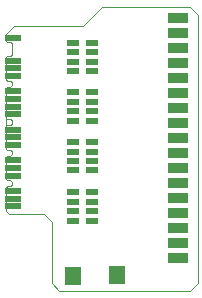
<source format=gts>
G04 EAGLE Gerber X2 export*
G75*
%MOMM*%
%FSLAX34Y34*%
%LPD*%
%AMOC8*
5,1,8,0,0,1.08239X$1,22.5*%
G01*
%ADD10C,0.000000*%
%ADD11R,1.000000X0.600000*%
%ADD12R,1.371600X1.625600*%
%ADD13R,1.451600X0.551600*%
%ADD14R,1.701600X0.901600*%


D10*
X0Y-36000D02*
X3000Y-39000D01*
X32500Y-39000D01*
X39000Y-45500D01*
X39000Y-97500D01*
X45500Y-104000D01*
X156000Y-104000D01*
X162500Y-97500D01*
X162500Y130000D01*
X156000Y136500D01*
X81500Y136500D01*
X65500Y120500D01*
X7000Y120500D01*
X0Y113500D01*
X0Y107500D01*
X0Y94000D02*
X0Y75000D01*
X1000Y74000D01*
X4000Y74000D01*
X5000Y73000D01*
X5000Y70000D02*
X4000Y69000D01*
X1000Y69000D01*
X0Y68000D01*
X5000Y70000D02*
X5000Y73000D01*
X0Y68000D02*
X0Y42500D01*
X1000Y41500D01*
X4000Y41500D01*
X5000Y40500D01*
X5000Y37500D02*
X4000Y36500D01*
X1000Y36500D01*
X0Y35500D01*
X5000Y37500D02*
X5000Y40500D01*
X0Y42000D02*
X0Y35500D01*
X0Y16500D02*
X1000Y15500D01*
X4000Y15500D01*
X5000Y14500D01*
X5000Y11500D02*
X4000Y10500D01*
X1000Y10500D01*
X0Y9500D01*
X5000Y11500D02*
X5000Y14500D01*
X0Y-16500D02*
X0Y-36000D01*
X0Y-9500D02*
X0Y9500D01*
X0Y16500D02*
X0Y35500D01*
X0Y-9500D02*
X1000Y-10500D01*
X4000Y-10500D02*
X5000Y-11500D01*
X4000Y-10500D02*
X1000Y-10500D01*
X5000Y-11500D02*
X5000Y-14500D01*
X4000Y-15500D01*
X1000Y-15500D01*
X0Y-16500D01*
X1000Y106500D02*
X0Y107500D01*
X1000Y106500D02*
X4000Y106500D01*
X5000Y105500D01*
X5000Y96000D01*
X4000Y95000D01*
X1000Y95000D01*
X0Y94000D01*
D11*
X57000Y106000D03*
X57000Y98000D03*
X57000Y90000D03*
X57000Y82000D03*
X73000Y82000D03*
X73000Y90000D03*
X73000Y98000D03*
X73000Y106000D03*
X57000Y64000D03*
X57000Y56000D03*
X57000Y48000D03*
X57000Y40000D03*
X73000Y40000D03*
X73000Y48000D03*
X73000Y56000D03*
X73000Y64000D03*
X57000Y22000D03*
X57000Y14000D03*
X57000Y6000D03*
X57000Y-2000D03*
X73000Y-2000D03*
X73000Y6000D03*
X73000Y14000D03*
X73000Y22000D03*
D12*
X57000Y-91000D03*
X94000Y-90500D03*
D13*
X6500Y0D03*
X6500Y6500D03*
X6500Y19500D03*
X6500Y26000D03*
X6500Y32500D03*
X6500Y45500D03*
X6500Y52000D03*
X6500Y58500D03*
X6500Y65000D03*
X6500Y78000D03*
X6500Y84500D03*
X6500Y91000D03*
X6500Y-6500D03*
X6500Y-19500D03*
X6500Y-26000D03*
X6500Y-32500D03*
D11*
X73000Y-44500D03*
X73000Y-36500D03*
X73000Y-28500D03*
X73000Y-20500D03*
X57000Y-20500D03*
X57000Y-28500D03*
X57000Y-36500D03*
X57000Y-44500D03*
D13*
X6500Y110500D03*
D14*
X145600Y127000D03*
X145600Y114300D03*
X145600Y101600D03*
X145600Y88900D03*
X145600Y76200D03*
X145600Y63500D03*
X145600Y50800D03*
X145600Y38100D03*
X145600Y25400D03*
X145600Y12700D03*
X145600Y0D03*
X145600Y-12700D03*
X145600Y-25400D03*
X145600Y-38100D03*
X145600Y-50800D03*
X145600Y-63500D03*
X145600Y-76200D03*
M02*

</source>
